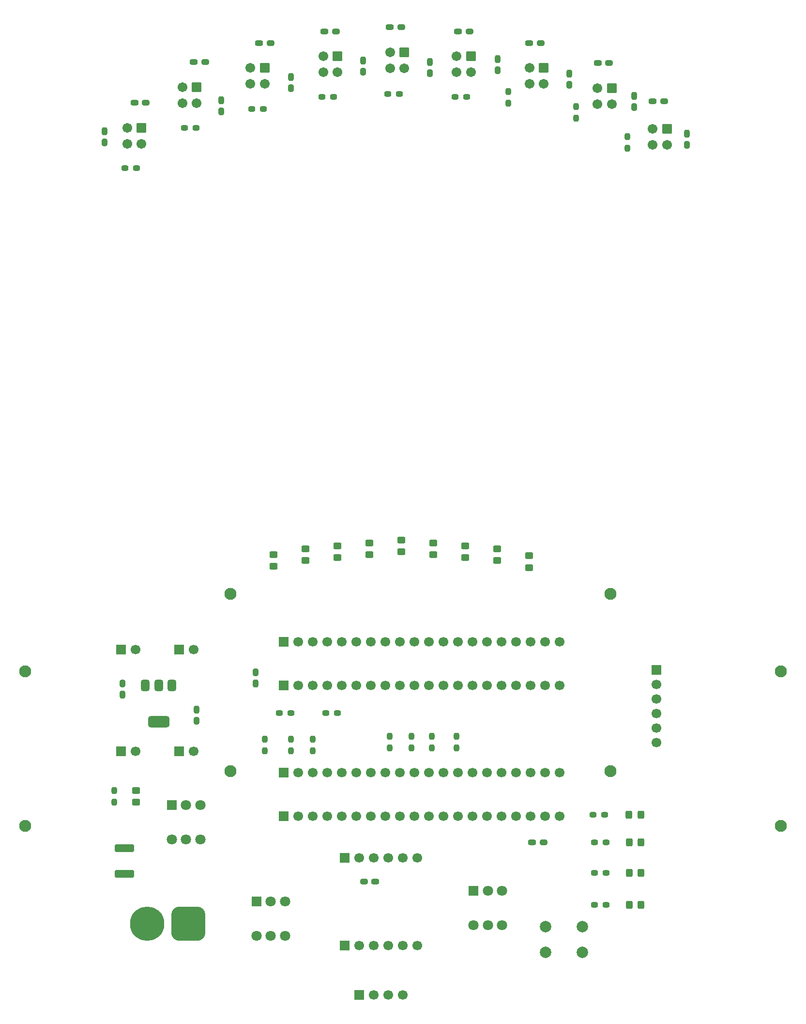
<source format=gbr>
%TF.GenerationSoftware,KiCad,Pcbnew,9.0.2*%
%TF.CreationDate,2025-06-19T21:36:48+05:30*%
%TF.ProjectId,line_follower,6c696e65-5f66-46f6-9c6c-6f7765722e6b,rev?*%
%TF.SameCoordinates,Original*%
%TF.FileFunction,Soldermask,Top*%
%TF.FilePolarity,Negative*%
%FSLAX46Y46*%
G04 Gerber Fmt 4.6, Leading zero omitted, Abs format (unit mm)*
G04 Created by KiCad (PCBNEW 9.0.2) date 2025-06-19 21:36:48*
%MOMM*%
%LPD*%
G01*
G04 APERTURE LIST*
G04 Aperture macros list*
%AMRoundRect*
0 Rectangle with rounded corners*
0 $1 Rounding radius*
0 $2 $3 $4 $5 $6 $7 $8 $9 X,Y pos of 4 corners*
0 Add a 4 corners polygon primitive as box body*
4,1,4,$2,$3,$4,$5,$6,$7,$8,$9,$2,$3,0*
0 Add four circle primitives for the rounded corners*
1,1,$1+$1,$2,$3*
1,1,$1+$1,$4,$5*
1,1,$1+$1,$6,$7*
1,1,$1+$1,$8,$9*
0 Add four rect primitives between the rounded corners*
20,1,$1+$1,$2,$3,$4,$5,0*
20,1,$1+$1,$4,$5,$6,$7,0*
20,1,$1+$1,$6,$7,$8,$9,0*
20,1,$1+$1,$8,$9,$2,$3,0*%
G04 Aperture macros list end*
%ADD10RoundRect,0.237500X-0.350000X-0.237500X0.350000X-0.237500X0.350000X0.237500X-0.350000X0.237500X0*%
%ADD11RoundRect,0.250000X-0.450000X0.325000X-0.450000X-0.325000X0.450000X-0.325000X0.450000X0.325000X0*%
%ADD12RoundRect,0.237500X0.237500X-0.412500X0.237500X0.412500X-0.237500X0.412500X-0.237500X-0.412500X0*%
%ADD13RoundRect,0.237500X0.237500X-0.425000X0.237500X0.425000X-0.237500X0.425000X-0.237500X-0.425000X0*%
%ADD14RoundRect,0.237500X0.412500X0.237500X-0.412500X0.237500X-0.412500X-0.237500X0.412500X-0.237500X0*%
%ADD15RoundRect,0.237500X0.425000X0.237500X-0.425000X0.237500X-0.425000X-0.237500X0.425000X-0.237500X0*%
%ADD16C,2.100000*%
%ADD17RoundRect,0.237500X-0.237500X0.412500X-0.237500X-0.412500X0.237500X-0.412500X0.237500X0.412500X0*%
%ADD18RoundRect,0.237500X-0.237500X0.425000X-0.237500X-0.425000X0.237500X-0.425000X0.237500X0.425000X0*%
%ADD19R,1.700000X1.700000*%
%ADD20C,1.700000*%
%ADD21R,1.800000X1.800000*%
%ADD22C,1.800000*%
%ADD23RoundRect,0.237500X0.350000X0.237500X-0.350000X0.237500X-0.350000X-0.237500X0.350000X-0.237500X0*%
%ADD24RoundRect,0.250000X0.325000X0.450000X-0.325000X0.450000X-0.325000X-0.450000X0.325000X-0.450000X0*%
%ADD25RoundRect,0.237500X-0.237500X0.350000X-0.237500X-0.350000X0.237500X-0.350000X0.237500X0.350000X0*%
%ADD26RoundRect,0.237500X-0.412500X-0.237500X0.412500X-0.237500X0.412500X0.237500X-0.412500X0.237500X0*%
%ADD27RoundRect,0.237500X-0.425000X-0.237500X0.425000X-0.237500X0.425000X0.237500X-0.425000X0.237500X0*%
%ADD28RoundRect,0.250000X1.450000X-0.400000X1.450000X0.400000X-1.450000X0.400000X-1.450000X-0.400000X0*%
%ADD29RoundRect,1.500000X1.500000X1.500000X-1.500000X1.500000X-1.500000X-1.500000X1.500000X-1.500000X0*%
%ADD30C,6.000000*%
%ADD31RoundRect,0.237500X0.237500X-0.350000X0.237500X0.350000X-0.237500X0.350000X-0.237500X-0.350000X0*%
%ADD32C,2.000000*%
%ADD33RoundRect,0.250000X0.450000X-0.325000X0.450000X0.325000X-0.450000X0.325000X-0.450000X-0.325000X0*%
%ADD34RoundRect,0.375000X-0.375000X0.625000X-0.375000X-0.625000X0.375000X-0.625000X0.375000X0.625000X0*%
%ADD35RoundRect,0.500000X-1.400000X0.500000X-1.400000X-0.500000X1.400000X-0.500000X1.400000X0.500000X0*%
%ADD36RoundRect,0.102000X-0.750000X0.750000X-0.750000X-0.750000X0.750000X-0.750000X0.750000X0.750000X0*%
%ADD37C,1.704000*%
G04 APERTURE END LIST*
D10*
%TO.C,R31*%
X170448724Y-216154000D03*
X172473724Y-216154000D03*
%TD*%
D11*
%TO.C,D7*%
X153416000Y-159503001D03*
X153416000Y-161553001D03*
%TD*%
D12*
%TO.C,C20*%
X105181400Y-83093200D03*
D13*
X105181400Y-81130700D03*
%TD*%
D14*
%TO.C,C10*%
X113751000Y-71120000D03*
D15*
X111788500Y-71120000D03*
%TD*%
D14*
%TO.C,C9*%
X125181000Y-69088000D03*
D15*
X123218500Y-69088000D03*
%TD*%
D16*
%TO.C,8*%
X173200000Y-198400000D03*
%TD*%
D14*
%TO.C,C5*%
X172958400Y-74625200D03*
D15*
X170995900Y-74625200D03*
%TD*%
D17*
%TO.C,C4*%
X111201200Y-181143000D03*
D18*
X111201200Y-183105500D03*
%TD*%
D19*
%TO.C,J10*%
X116078000Y-206248000D03*
D20*
X118618000Y-206248000D03*
X121158000Y-206248000D03*
X123698000Y-206248000D03*
X126238000Y-206248000D03*
X128778000Y-206248000D03*
X131318000Y-206248000D03*
X133858000Y-206248000D03*
X136398000Y-206248000D03*
X138938000Y-206248000D03*
X141478000Y-206248000D03*
X144018000Y-206248000D03*
X146558000Y-206248000D03*
X149098000Y-206248000D03*
X151638000Y-206248000D03*
X154178000Y-206248000D03*
X156718000Y-206248000D03*
X159258000Y-206248000D03*
X161798000Y-206248000D03*
X164338000Y-206248000D03*
%TD*%
D21*
%TO.C,SW4*%
X111318700Y-221207100D03*
D22*
X113818700Y-221207100D03*
X116318700Y-221207100D03*
X111318700Y-227207100D03*
X113818700Y-227207100D03*
X116318700Y-227207100D03*
%TD*%
D17*
%TO.C,C22*%
X87850000Y-183085000D03*
D18*
X87850000Y-185047500D03*
%TD*%
D23*
%TO.C,R17*%
X112518501Y-82702400D03*
X110493499Y-82702400D03*
%TD*%
D24*
%TO.C,D13*%
X178571000Y-216154000D03*
X176521000Y-216154000D03*
%TD*%
D12*
%TO.C,C21*%
X84709000Y-88503400D03*
D13*
X84709000Y-86540900D03*
%TD*%
D14*
%TO.C,C8*%
X136611000Y-68326000D03*
D15*
X134648500Y-68326000D03*
%TD*%
D25*
%TO.C,R26*%
X146304000Y-192281500D03*
X146304000Y-194306500D03*
%TD*%
D11*
%TO.C,D6*%
X147828000Y-158995001D03*
X147828000Y-161045001D03*
%TD*%
D12*
%TO.C,C23*%
X100804000Y-189607000D03*
D13*
X100804000Y-187644500D03*
%TD*%
D19*
%TO.C,J6*%
X97820000Y-194900000D03*
D20*
X100360000Y-194900000D03*
%TD*%
D19*
%TO.C,J13*%
X129286000Y-237490000D03*
D20*
X131826000Y-237490000D03*
X134366000Y-237490000D03*
X136906000Y-237490000D03*
%TD*%
D16*
%TO.C,3*%
X203000000Y-181000000D03*
%TD*%
D14*
%TO.C,C7*%
X148549000Y-69088000D03*
D15*
X146586500Y-69088000D03*
%TD*%
D12*
%TO.C,C15*%
X165989000Y-78419600D03*
D13*
X165989000Y-76457100D03*
%TD*%
D19*
%TO.C,J12*%
X87660000Y-194900000D03*
D20*
X90200000Y-194900000D03*
%TD*%
D16*
%TO.C,2*%
X70866000Y-208000000D03*
%TD*%
D12*
%TO.C,C14*%
X177393600Y-82305800D03*
D13*
X177393600Y-80343300D03*
%TD*%
D12*
%TO.C,C16*%
X153517600Y-75879600D03*
D13*
X153517600Y-73917100D03*
%TD*%
D11*
%TO.C,D10*%
X136652000Y-157979001D03*
X136652000Y-160029001D03*
%TD*%
D24*
%TO.C,D12*%
X178526000Y-205994000D03*
X176476000Y-205994000D03*
%TD*%
D10*
%TO.C,R19*%
X88319300Y-92964000D03*
X90344300Y-92964000D03*
%TD*%
D26*
%TO.C,C2*%
X130125000Y-217700000D03*
D27*
X132087500Y-217700000D03*
%TD*%
D25*
%TO.C,R21*%
X117348000Y-192789500D03*
X117348000Y-194814500D03*
%TD*%
D14*
%TO.C,C12*%
X91948000Y-81534000D03*
D15*
X89985500Y-81534000D03*
%TD*%
D19*
%TO.C,J9*%
X87660000Y-177145000D03*
D20*
X90200000Y-177145000D03*
%TD*%
D25*
%TO.C,R25*%
X141986000Y-192281500D03*
X141986000Y-194306500D03*
%TD*%
D28*
%TO.C,F1*%
X88200000Y-216325000D03*
X88200000Y-211875000D03*
%TD*%
D10*
%TO.C,R28*%
X123447500Y-188214000D03*
X125472500Y-188214000D03*
%TD*%
D21*
%TO.C,SW1*%
X96476700Y-204316100D03*
D22*
X98976700Y-204316100D03*
X101476700Y-204316100D03*
X96476700Y-210316100D03*
X98976700Y-210316100D03*
X101476700Y-210316100D03*
%TD*%
D11*
%TO.C,D3*%
X119888000Y-159512001D03*
X119888000Y-161562001D03*
%TD*%
D19*
%TO.C,J11*%
X116078000Y-175768000D03*
D20*
X118618000Y-175768000D03*
X121158000Y-175768000D03*
X123698000Y-175768000D03*
X126238000Y-175768000D03*
X128778000Y-175768000D03*
X131318000Y-175768000D03*
X133858000Y-175768000D03*
X136398000Y-175768000D03*
X138938000Y-175768000D03*
X141478000Y-175768000D03*
X144018000Y-175768000D03*
X146558000Y-175768000D03*
X149098000Y-175768000D03*
X151638000Y-175768000D03*
X154178000Y-175768000D03*
X156718000Y-175768000D03*
X159258000Y-175768000D03*
X161798000Y-175768000D03*
X164338000Y-175768000D03*
%TD*%
D16*
%TO.C,5*%
X106772000Y-167412000D03*
%TD*%
D23*
%TO.C,R15*%
X136318301Y-80035400D03*
X134293299Y-80035400D03*
%TD*%
D12*
%TO.C,C13*%
X186639200Y-88909800D03*
D13*
X186639200Y-86947300D03*
%TD*%
D23*
%TO.C,R16*%
X124786701Y-80518000D03*
X122761699Y-80518000D03*
%TD*%
D25*
%TO.C,R24*%
X138430000Y-192281500D03*
X138430000Y-194306500D03*
%TD*%
D29*
%TO.C,J5*%
X99358000Y-225044000D03*
D30*
X92158000Y-225044000D03*
%TD*%
D19*
%TO.C,J7*%
X97820000Y-177145000D03*
D20*
X100360000Y-177145000D03*
%TD*%
D25*
%TO.C,R23*%
X134620000Y-192281500D03*
X134620000Y-194306500D03*
%TD*%
D11*
%TO.C,D4*%
X125476000Y-158995001D03*
X125476000Y-161045001D03*
%TD*%
D14*
%TO.C,C1*%
X161503000Y-210820000D03*
D15*
X159540500Y-210820000D03*
%TD*%
D10*
%TO.C,R29*%
X170448724Y-210820000D03*
X172473724Y-210820000D03*
%TD*%
D14*
%TO.C,C6*%
X160995000Y-71120000D03*
D15*
X159032500Y-71120000D03*
%TD*%
D10*
%TO.C,R30*%
X170194000Y-205994000D03*
X172219000Y-205994000D03*
%TD*%
D31*
%TO.C,R12*%
X167182800Y-84273701D03*
X167182800Y-82248699D03*
%TD*%
D25*
%TO.C,R22*%
X121158000Y-192789500D03*
X121158000Y-194814500D03*
%TD*%
D19*
%TO.C,J3*%
X126746000Y-228854000D03*
D20*
X129286000Y-228854000D03*
X131826000Y-228854000D03*
X134366000Y-228854000D03*
X136906000Y-228854000D03*
X139446000Y-228854000D03*
%TD*%
D32*
%TO.C,SW5*%
X168350000Y-230088000D03*
X161850000Y-230088000D03*
X168350000Y-225588000D03*
X161850000Y-225588000D03*
%TD*%
D19*
%TO.C,J4*%
X126746000Y-213589000D03*
D20*
X129286000Y-213589000D03*
X131826000Y-213589000D03*
X134366000Y-213589000D03*
X136906000Y-213589000D03*
X139446000Y-213589000D03*
%TD*%
D12*
%TO.C,C18*%
X129921000Y-76133600D03*
D13*
X129921000Y-74171100D03*
%TD*%
D16*
%TO.C,7*%
X106772000Y-198400000D03*
%TD*%
D11*
%TO.C,D9*%
X131064000Y-158487001D03*
X131064000Y-160537001D03*
%TD*%
D12*
%TO.C,C19*%
X117322600Y-79054600D03*
D13*
X117322600Y-77092100D03*
%TD*%
D12*
%TO.C,C17*%
X141605000Y-76387600D03*
D13*
X141605000Y-74425100D03*
%TD*%
D11*
%TO.C,D2*%
X114300000Y-160519002D03*
X114300000Y-162569000D03*
%TD*%
D16*
%TO.C,4*%
X203000000Y-208000000D03*
%TD*%
D25*
%TO.C,R13*%
X155397200Y-79632499D03*
X155397200Y-81657501D03*
%TD*%
D24*
%TO.C,D14*%
X178562000Y-221742000D03*
X176512000Y-221742000D03*
%TD*%
D19*
%TO.C,J2*%
X116078000Y-198628000D03*
D20*
X118618000Y-198628000D03*
X121158000Y-198628000D03*
X123698000Y-198628000D03*
X126238000Y-198628000D03*
X128778000Y-198628000D03*
X131318000Y-198628000D03*
X133858000Y-198628000D03*
X136398000Y-198628000D03*
X138938000Y-198628000D03*
X141478000Y-198628000D03*
X144018000Y-198628000D03*
X146558000Y-198628000D03*
X149098000Y-198628000D03*
X151638000Y-198628000D03*
X154178000Y-198628000D03*
X156718000Y-198628000D03*
X159258000Y-198628000D03*
X161798000Y-198628000D03*
X164338000Y-198628000D03*
%TD*%
D23*
%TO.C,R14*%
X148103901Y-80518000D03*
X146078899Y-80518000D03*
%TD*%
D11*
%TO.C,D8*%
X159004000Y-160764002D03*
X159004000Y-162814000D03*
%TD*%
D23*
%TO.C,R18*%
X100783700Y-86004400D03*
X98758700Y-86004400D03*
%TD*%
D33*
%TO.C,D1*%
X90211250Y-203812500D03*
X90211250Y-201762500D03*
%TD*%
D25*
%TO.C,R11*%
X176225200Y-87506499D03*
X176225200Y-89531501D03*
%TD*%
D21*
%TO.C,SW3*%
X149293000Y-219352900D03*
D22*
X151793000Y-219352900D03*
X154293000Y-219352900D03*
X149293000Y-225352900D03*
X151793000Y-225352900D03*
X154293000Y-225352900D03*
%TD*%
D14*
%TO.C,C11*%
X102321000Y-74422000D03*
D15*
X100358500Y-74422000D03*
%TD*%
D25*
%TO.C,R20*%
X112776000Y-192789500D03*
X112776000Y-194814500D03*
%TD*%
D14*
%TO.C,C3*%
X182585000Y-81280000D03*
D15*
X180622500Y-81280000D03*
%TD*%
D10*
%TO.C,R32*%
X170441000Y-221742000D03*
X172466000Y-221742000D03*
%TD*%
D19*
%TO.C,J1*%
X116078000Y-183388000D03*
D20*
X118618000Y-183388000D03*
X121158000Y-183388000D03*
X123698000Y-183388000D03*
X126238000Y-183388000D03*
X128778000Y-183388000D03*
X131318000Y-183388000D03*
X133858000Y-183388000D03*
X136398000Y-183388000D03*
X138938000Y-183388000D03*
X141478000Y-183388000D03*
X144018000Y-183388000D03*
X146558000Y-183388000D03*
X149098000Y-183388000D03*
X151638000Y-183388000D03*
X154178000Y-183388000D03*
X156718000Y-183388000D03*
X159258000Y-183388000D03*
X161798000Y-183388000D03*
X164338000Y-183388000D03*
%TD*%
D16*
%TO.C,1*%
X70866000Y-181000000D03*
%TD*%
D19*
%TO.C,J8*%
X181300000Y-180680000D03*
D20*
X181300000Y-183220000D03*
X181300000Y-185760000D03*
X181300000Y-188300000D03*
X181300000Y-190840000D03*
X181300000Y-193380000D03*
%TD*%
D34*
%TO.C,U1*%
X96500000Y-183450000D03*
X94200000Y-183450000D03*
D35*
X94200000Y-189750000D03*
D34*
X91900000Y-183450000D03*
%TD*%
D11*
%TO.C,D5*%
X142240000Y-158487001D03*
X142240000Y-160537001D03*
%TD*%
D31*
%TO.C,R1*%
X86401250Y-203800000D03*
X86401250Y-201775000D03*
%TD*%
D24*
%TO.C,D11*%
X178571000Y-210820000D03*
X176521000Y-210820000D03*
%TD*%
D16*
%TO.C,6*%
X173200000Y-167412000D03*
%TD*%
D10*
%TO.C,R27*%
X115319500Y-188214000D03*
X117344500Y-188214000D03*
%TD*%
D36*
%TO.C,A6*%
X125476000Y-73400000D03*
D37*
X122976000Y-73400000D03*
X122976000Y-76200000D03*
X125476000Y-76200000D03*
%TD*%
D36*
%TO.C,A7*%
X112756000Y-75432000D03*
D37*
X110256000Y-75432000D03*
X110256000Y-78232000D03*
X112756000Y-78232000D03*
%TD*%
D36*
%TO.C,A8*%
X100838000Y-78858000D03*
D37*
X98338000Y-78858000D03*
X98338000Y-81658000D03*
X100838000Y-81658000D03*
%TD*%
D36*
%TO.C,A4*%
X148804000Y-73400000D03*
D37*
X146304000Y-73400000D03*
X146304000Y-76200000D03*
X148804000Y-76200000D03*
%TD*%
D36*
%TO.C,A2*%
X173462000Y-78991000D03*
D37*
X170962000Y-78991000D03*
X170962000Y-81791000D03*
X173462000Y-81791000D03*
%TD*%
D36*
%TO.C,A1*%
X183114000Y-86103000D03*
D37*
X180614000Y-86103000D03*
X180614000Y-88903000D03*
X183114000Y-88903000D03*
%TD*%
D36*
%TO.C,A9*%
X91186000Y-85970000D03*
D37*
X88686000Y-85970000D03*
X88686000Y-88770000D03*
X91186000Y-88770000D03*
%TD*%
D36*
%TO.C,A3*%
X161544000Y-75432000D03*
D37*
X159044000Y-75432000D03*
X159044000Y-78232000D03*
X161544000Y-78232000D03*
%TD*%
D36*
%TO.C,A5*%
X137160000Y-72768000D03*
D37*
X134660000Y-72768000D03*
X134660000Y-75568000D03*
X137160000Y-75568000D03*
%TD*%
M02*

</source>
